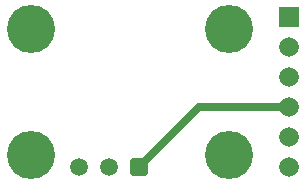
<source format=gbl>
G04*
G04 #@! TF.GenerationSoftware,Altium Limited,Altium Designer,22.9.1 (49)*
G04*
G04 Layer_Physical_Order=2*
G04 Layer_Color=16711680*
%FSLAX44Y44*%
%MOMM*%
G71*
G04*
G04 #@! TF.SameCoordinates,A8B0115D-A14B-43F8-95CD-E385AC25DAC2*
G04*
G04*
G04 #@! TF.FilePolarity,Positive*
G04*
G01*
G75*
%ADD31C,0.6350*%
%ADD32C,1.6612*%
%ADD33R,1.6612X1.6612*%
%ADD34C,4.0640*%
G04:AMPARAMS|DCode=35|XSize=1.5mm|YSize=1.5mm|CornerRadius=0.15mm|HoleSize=0mm|Usage=FLASHONLY|Rotation=180.000|XOffset=0mm|YOffset=0mm|HoleType=Round|Shape=RoundedRectangle|*
%AMROUNDEDRECTD35*
21,1,1.5000,1.2000,0,0,180.0*
21,1,1.2000,1.5000,0,0,180.0*
1,1,0.3000,-0.6000,0.6000*
1,1,0.3000,0.6000,0.6000*
1,1,0.3000,0.6000,-0.6000*
1,1,0.3000,-0.6000,-0.6000*
%
%ADD35ROUNDEDRECTD35*%
%ADD36C,1.5000*%
D31*
X127000Y25400D02*
X177800Y76200D01*
X254000D01*
D32*
Y25400D02*
D03*
Y50800D02*
D03*
Y76200D02*
D03*
Y101600D02*
D03*
Y127000D02*
D03*
D33*
Y152400D02*
D03*
D34*
X35560Y35560D02*
D03*
X203200D02*
D03*
Y142240D02*
D03*
X35560D02*
D03*
D35*
X127000Y25400D02*
D03*
D36*
X101600D02*
D03*
X76200D02*
D03*
M02*

</source>
